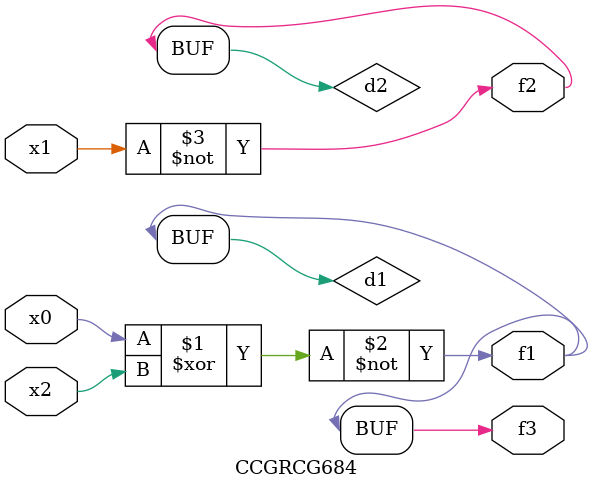
<source format=v>
module CCGRCG684(
	input x0, x1, x2,
	output f1, f2, f3
);

	wire d1, d2, d3;

	xnor (d1, x0, x2);
	nand (d2, x1);
	nor (d3, x1, x2);
	assign f1 = d1;
	assign f2 = d2;
	assign f3 = d1;
endmodule

</source>
